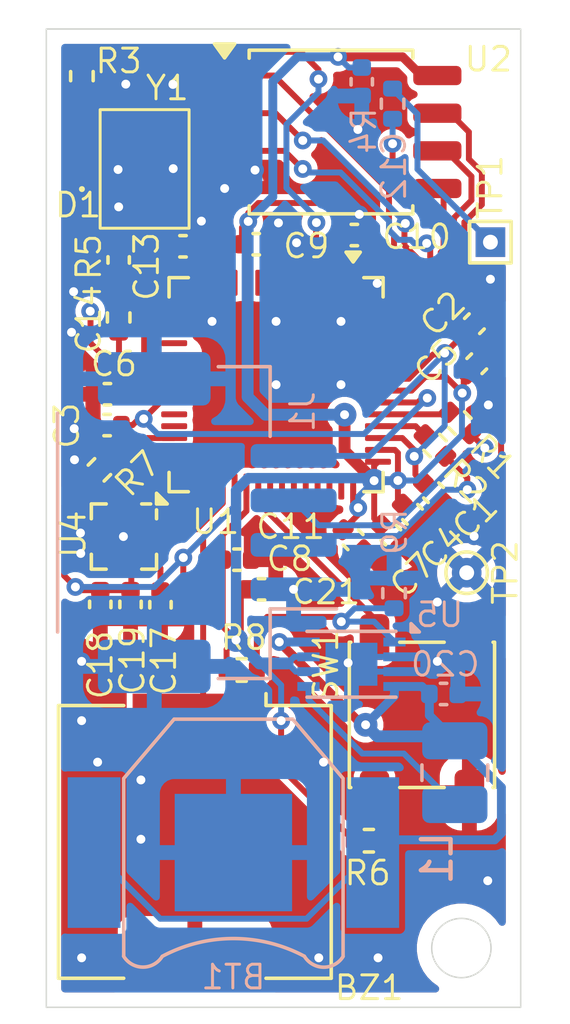
<source format=kicad_pcb>
(kicad_pcb (version 20241229) (generator "pcbnew") (generator_version "9.0")
  (layers (0 "F.Cu" signal) (4 "In1.Cu" signal) (6 "In2.Cu" signal) (2 "B.Cu" signal) (13 "F.Paste" user) (15 "B.Paste" user) (5 "F.SilkS" user "F.Silkscreen") (7 "B.SilkS" user "B.Silkscreen") (1 "F.Mask" user) (3 "B.Mask" user) (25 "Edge.Cuts" user))
  (net 0 "")
  (net 1 "+3.3V")
  (net 2 "GND")
  (net 3 "/BUZZ")
  (net 4 "+1V1")
  (net 5 "Net-(U1-XIN)")
  (net 6 "Net-(C14-Pad2)")
  (net 7 "Net-(D1-A)")
  (net 8 "/USB D+")
  (net 9 "/USB D-")
  (net 10 "Net-(U1-USB_DP)")
  (net 11 "Net-(U1-USB_DM)")
  (net 12 "/LED")
  (net 13 "/QSPI_SS")
  (net 14 "Net-(R4-Pad1)")
  (net 15 "Net-(U1-XOUT)")
  (net 16 "/ZERO")
  (net 17 "Net-(U1-RUN)")
  (net 24 "/ACC_SCL")
  (net 26 "/ACC_INT")
  (net 27 "/QSPI_SD0")
  (net 28 "/QSPI_SD3")
  (net 29 "/ACC_SDA")
  (net 30 "/QSPI_SCLK")
  (net 32 "/ACC_CS")
  (net 35 "/QSPI_SD1")
  (net 36 "/QSPI_SD2")
  (net 46 "/ACC_SDO")
  (net 49 "Net-(BT1-+)")
  (net 50 "Net-(U5-SW)")
  (net 51 "Net-(U5-V_{FB})")
  (net 56 "/VBUS")
  (footprint "Crystal:ABM8" (layer "F.Cu") (at 133.965 82.96 90)
    (property "Reference" "Y1")
    (property "Value" "Crystal_ABM8")
  )
  (footprint "Button_Switch_SMD:SW_SPST_PTS647_Sx38" (layer "F.Cu") (at 143.32 101.375 90)
    (property "Reference" "SW1")
    (property "Value" "SW_Push")
  )
  (footprint "Resistor_SMD:R_0402_1005Metric" (layer "F.Cu") (at 144.599376 91.529376 -45)
    (property "Reference" "R1")
    (property "Value" "27.4")
  )
  (footprint "Capacitor_SMD:C_0402_1005Metric" (layer "F.Cu") (at 137.08 96.14)
    (property "Reference" "C8")
    (property "Value" "100n")
  )
  (footprint "LED_SMD:LED_0402_1005Metric" (layer "F.Cu") (at 131.85 82.55 90)
    (property "Reference" "D1")
    (property "Value" "LED")
  )
  (footprint "Capacitor_SMD:C_0402_1005Metric" (layer "F.Cu") (at 143.000589 94.610589 135)
    (property "Reference" "C4")
    (property "Value" "1u")
  )
  (footprint "Package_SO:SOIC-8_5.3x5.3mm_P1.27mm" (layer "F.Cu") (at 140.2525 81.715)
    (property "Reference" "U2")
    (property "Value" "W25Q128JVS")
  )
  (footprint "Capacitor_SMD:C_0402_1005Metric" (layer "F.Cu") (at 143.710589 93.880589 135)
    (property "Reference" "C1")
    (property "Value" "1u")
  )
  (footprint "Resistor_SMD:R_0402_1005Metric" (layer "F.Cu") (at 132.44 93.11 45)
    (property "Reference" "R7")
    (property "Value" "10k")
  )
  (footprint "Capacitor_SMD:C_0402_1005Metric" (layer "F.Cu") (at 142.270589 95.310589 -45)
    (property "Reference" "C7")
    (property "Value" "100n")
  )
  (footprint "Capacitor_SMD:C_0402_1005Metric" (layer "F.Cu") (at 133.09 86.03 -90)
    (property "Reference" "C14")
    (property "Value" "15p")
  )
  (footprint "Resistor_SMD:R_0402_1005Metric" (layer "F.Cu") (at 143.759376 92.289376 -45)
    (property "Reference" "R2")
    (property "Value" "27.4")
  )
  (footprint "Capacitor_SMD:C_0402_1005Metric" (layer "F.Cu") (at 132.7 91.6)
    (property "Reference" "C3")
    (property "Value" "100n")
  )
  (footprint "Resistor_SMD:R_0402_1005Metric" (layer "F.Cu") (at 131.85 79.83 -90)
    (property "Reference" "R3")
    (property "Value" "220")
  )
  (footprint "TestPoint:TestPoint_THTPad_1.0x1.0mm_Drill0.5mm" (layer "F.Cu") (at 145.63 85.43 180)
    (property "Reference" "TP1")
    (property "Value" "BOOT")
  )
  (footprint "Capacitor_SMD:C_0402_1005Metric" (layer "F.Cu") (at 137.91 97.14)
    (property "Reference" "C21")
    (property "Value" "10uF")
  )
  (footprint "Capacitor_SMD:C_0402_1005Metric" (layer "F.Cu") (at 137.73 85.5)
    (property "Reference" "C9")
    (property "Value" "100n")
  )
  (footprint "Capacitor_SMD:C_0402_1005Metric" (layer "F.Cu") (at 141.04 85.19)
    (property "Reference" "C10")
    (property "Value" "100n")
  )
  (footprint "Capacitor_SMD:C_0402_1005Metric" (layer "F.Cu") (at 132.47 97.65 90)
    (property "Reference" "C18")
    (property "Value" "10uF")
  )
  (footprint "Resistor_SMD:R_0402_1005Metric" (layer "F.Cu") (at 137.24 99.86)
    (property "Reference" "R8")
    (property "Value" "976k")
  )
  (footprint "Buzzer_Beeper:Buzzer_CUI_CPT-9019S-SMT" (layer "F.Cu") (at 135.66 105.66 -90)
    (property "Reference" "BZ1")
    (property "Value" "Buzzer")
  )
  (footprint "Package_LGA:LGA-12_2x2mm_P0.5mm" (layer "F.Cu") (at 133.2675 95.36 -90)
    (property "Reference" "U4")
    (property "Value" "LIS2HH12")
  )
  (footprint "Resistor_SMD:R_0402_1005Metric" (layer "F.Cu") (at 141.530001 105.62)
    (property "Reference" "R6")
    (property "Value" "10k")
  )
  (footprint "TestPoint:TestPoint_THTPad_D1.0mm_Drill0.5mm" (layer "F.Cu") (at 144.83 96.58 180)
    (property "Reference" "TP2")
    (property "Value" "BOOT")
  )
  (footprint "Resistor_SMD:R_0402_1005Metric" (layer "F.Cu") (at 133.09 87.97 -90)
    (property "Reference" "R5")
    (property "Value" "1k")
  )
  (footprint "Capacitor_SMD:C_0402_1005Metric" (layer "F.Cu") (at 145.09 88.18 -135)
    (property "Reference" "C2")
    (property "Value" "100n")
  )
  (footprint "Capacitor_SMD:C_0402_1005Metric" (layer "F.Cu") (at 133.49 97.65 90)
    (property "Reference" "C19")
    (property "Value" "100nF")
  )
  (footprint "Capacitor_SMD:C_0402_1005Metric" (layer "F.Cu") (at 145.169411 89.530589 45)
    (property "Reference" "C5")
    (property "Value" "100n")
  )
  (footprint "Capacitor_SMD:C_0402_1005Metric" (layer "F.Cu") (at 135.26 85.57 180)
    (property "Reference" "C13")
    (property "Value" "15p")
  )
  (footprint "Capacitor_SMD:C_0402_1005Metric" (layer "F.Cu") (at 132.71 90.56 180)
    (property "Reference" "C6")
    (property "Value" "100n")
  )
  (footprint "Capacitor_SMD:C_0402_1005Metric" (layer "F.Cu") (at 134.5 97.66 90)
    (property "Reference" "C17")
    (property "Value" "100nF")
  )
  (footprint "Package_DFN_QFN:QFN-56-1EP_7x7mm_P0.4mm_EP3.2x3.2mm" (layer "F.Cu") (at 138.4 90.2375 -90)
    (property "Reference" "U1")
    (property "Value" "RP2040")
  )
  (footprint "Capacitor_SMD:C_0402_1005Metric" (layer "F.Cu") (at 141 95.47 -45)
    (property "Reference" "C11")
    (property "Value" "100n")
  )
  (footprint "Resistor_SMD:R_0402_1005Metric" (layer "B.Cu") (at 142.38 97.27 90)
    (property "Reference" "R9")
    (property "Value" "562k")
  )
  (footprint "Battery:BatteryHolder_Keystone_2998_1x6.8mm" (layer "B.Cu") (at 136.96 106.02)
    (property "Reference" "BT1")
    (property "Value" "1.5v Bat")
  )
  (footprint "Resistor_SMD:R_0402_1005Metric" (layer "B.Cu") (at 142.33 80.76 -90)
    (property "Reference" "R4")
    (property "Value" "1k")
  )
  (footprint "Capacitor_SMD:C_0402_1005Metric" (layer "B.Cu") (at 141.29 80.02 -90)
    (property "Reference" "C12")
    (property "Value" "100n")
  )
  (footprint "Inductor_SMD:L_1008_2520Metric" (layer "B.Cu") (at 144.43 103.325 -90)
    (property "Reference" "L1")
    (property "Value" "4.7uH")
  )
  (footprint "Connector_Molex:Molex_CLIK-Mate_502585-0470_1x04-1MP_P1.50mm_Horizontal" (layer "B.Cu") (at 136.415 94.89 90)
    (property "Reference" "J1")
    (property "Value" "Conn_01x04")
  )
  (footprint "Capacitor_SMD:C_0402_1005Metric" (layer "B.Cu") (at 144.05 100.67)
    (property "Reference" "C20")
    (property "Value" "4.7uF")
  )
  (footprint "Package_DFN_QFN:DFN-8-1EP_3x2mm_P0.5mm_EP1.75x1.45mm" (layer "B.Cu") (at 140.9425 99.6675 180)
    (property "Reference" "U5")
    (property "Value" "MCP1640x-xMC")
  )
  (gr_rect (start 130.65 78.24) (end 146.65 111.24) (stroke (width 0.05)) (fill no) (layer "Edge.Cuts"))
  (gr_circle (center 144.65 109.24) (end 145.65 109.24) (stroke (width 0.05)) (fill no) (layer "Edge.Cuts"))
  (segment (start 141 86.11) (end 141 86.8) (width 0.2) (layer "F.Cu") (net 1))
  (segment (start 142.51 94.12) (end 142.51 93.47) (width 0.2) (layer "F.Cu") (net 1))
  (segment (start 137.21 97.36) (end 137.21 98.69) (width 0.2) (layer "F.Cu") (net 1))
  (segment (start 131.74 97.17) (end 131.63 97.06) (width 0.2) (layer "F.Cu") (net 1))
  (segment (start 142.51 93.47) (end 142.51 92.54) (width 0.2) (layer "F.Cu") (net 1))
  (segment (start 140.56 85.67) (end 141 86.11) (width 0.2) (layer "F.Cu") (net 1))
  (segment (start 142.51 92.54) (end 142.4075 92.4375) (width 0.2) (layer "F.Cu") (net 1))
  (segment (start 141.17 94.39) (end 141.17 94.62) (width 0.2) (layer "F.Cu") (net 1))
  (segment (start 144.73 89.97) (end 144.83 89.87) (width 0.2) (layer "F.Cu") (net 1))
  (segment (start 140.71 92.48) (end 140.71 91.25) (width 0.4) (layer "F.Cu") (net 1))
  (segment (start 135.27 96.07) (end 135.28 96.06) (width 0.2) (layer "F.Cu") (net 1))
  (segment (start 137.4 94.5) (end 136.6 95.3) (width 0.2) (layer "F.Cu") (net 1))
  (segment (start 137.25 85.5) (end 137.25 84.94) (width 0.2) (layer "F.Cu") (net 1))
  (segment (start 140.039232 84.11) (end 137.8 84.11) (width 0.2) (layer "F.Cu") (net 1))
  (segment (start 131.63 97.06) (end 131.251 96.681) (width 0.2) (layer "F.Cu") (net 1))
  (segment (start 133.19 90.56) (end 133.19 89.886388) (width 0.2) (layer "F.Cu") (net 1))
  (segment (start 133.3125 90.4375) (end 133.19 90.56) (width 0.2) (layer "F.Cu") (net 1))
  (segment (start 137.4 85.65) (end 137.4 86.8) (width 0.2) (layer "F.Cu") (net 1))
  (segment (start 138.57 103.169998) (end 138.57 101.57) (width 0.2) (layer "F.Cu") (net 1))
  (segment (start 133.49 97.17) (end 132.47 97.17) (width 0.2) (layer "F.Cu") (net 1))
  (segment (start 137.46 84.45) (end 137.46 84.73) (width 0.2) (layer "F.Cu") (net 1))
  (segment (start 137.02 98.85) (end 137.05 98.85) (width 0.2) (layer "F.Cu") (net 1))
  (segment (start 136.73 99.17) (end 137.05 98.85) (width 0.2) (layer "F.Cu") (net 1))
  (segment (start 142.4075 92.4375) (end 141.8375 92.4375) (width 0.2) (layer "F.Cu") (net 1))
  (segment (start 141 94.22) (end 141 93.675) (width 0.2) (layer "F.Cu") (net 1))
  (segment (start 142.67 79.18) (end 143.3 79.81) (width 0.3) (layer "F.Cu") (net 1))
  (segment (start 133.49 97.17) (end 133.5175 97.1425) (width 0.2) (layer "F.Cu") (net 1))
  (segment (start 142.661178 94.271178) (end 142.51 94.12) (width 0.2) (layer "F.Cu") (net 1))
  (segment (start 136.6 98.4) (end 137.05 98.85) (width 0.2) (layer "F.Cu") (net 1))
  (segment (start 132.881806 89.578194) (end 132.896806 89.593194) (width 0.2) (layer "F.Cu") (net 1))
  (segment (start 134.9625 90.4375) (end 133.3125 90.4375) (width 0.2) (layer "F.Cu") (net 1))
  (segment (start 140.56 85.19) (end 140.56 84.630768) (width 0.2) (layer "F.Cu") (net 1))
  (segment (start 141.17 94.39) (end 141 94.22) (width 0.2) (layer "F.Cu") (net 1))
  (segment (start 143.96 79.93) (end 143.84 79.81) (width 0.2) (layer "F.Cu") (net 1))
  (segment (start 136.73 99.86) (end 136.73 99.17) (width 0.2) (layer "F.Cu") (net 1))
  (segment (start 132.896806 89.593194) (end 132.14 88.836388) (width 0.2) (layer "F.Cu") (net 1))
  (segment (start 137.64 84.73) (end 137.46 84.73) (width 0.2) (layer "F.Cu") (net 1))
  (segment (start 134.5 97.18) (end 134.5 96.43) (width 0.2) (layer "F.Cu") (net 1))
  (segment (start 141 94.79) (end 141 94.791178) (width 0.2) (layer "F.Cu") (net 1))
  (segment (start 134.5 96.43) (end 134.1925 96.1225) (width 0.2) (layer "F.Cu") (net 1))
  (segment (start 132.14 88.836388) (end 132.14 87.77) (width 0.2) (layer "F.Cu") (net 1))
  (segment (start 142.9725 90.4375) (end 141.8375 90.4375) (width 0.2) (layer "F.Cu") (net 1))
  (segment (start 131.251 96.681) (end 131.251 94.299) (width 0.2) (layer "F.Cu") (net 1))
  (segment (start 144.128944 89.97) (end 143.44 89.97) (width 0.2) (layer "F.Cu") (net 1))
  (segment (start 134.1925 96.1225) (end 134.0175 96.1225) (width 0.2) (layer "F.Cu") (net 1))
  (segment (start 137.43 97.14) (end 137.21 97.36) (width 0.2) (layer "F.Cu") (net 1))
  (segment (start 135.27 96.67) (end 135.27 96.07) (width 0.2) (layer "F.Cu") (net 1))
  (segment (start 136.6 95.3) (end 136.6 96.14) (width 0.2) (layer "F.Cu") (net 1))
  (segment (start 137.25 85.5) (end 137.4 85.65) (width 0.2) (layer "F.Cu") (net 1))
  (segment (start 137.21 98.69) (end 137.05 98.85) (width 0.2) (layer "F.Cu") (net 1))
  (segment (start 131.251 94.299) (end 132.079376 93.470624) (width 0.2) (layer "F.Cu") (net 1))
  (segment (start 137.4 93.675) (end 137.4 94.5) (width 0.2) (layer "F.Cu") (net 1))
  (segment (start 141.706091 93.476091) (end 141.706091 92.968909) (width 0.2) (layer "F.Cu") (net 1))
  (segment (start 133.5175 97.1425) (end 133.5175 96.1225) (width 0.2) (layer "F.Cu") (net 1))
  (segment (start 141.020002 105.62) (end 138.57 103.169998) (width 0.2) (layer "F.Cu") (net 1))
  (segment (start 143.3 79.81) (end 143.84 79.81) (width 0.3) (layer "F.Cu") (net 1))
  (segment (start 132.47 97.17) (end 131.74 97.17) (width 0.2) (layer "F.Cu") (net 1))
  (segment (start 140.56 85.19) (end 140.56 85.67) (width 0.2) (layer "F.Cu") (net 1))
  (segment (start 140.56 84.630768) (end 140.039232 84.11) (width 0.2) (layer "F.Cu") (net 1))
  (segment (start 141.71 94.75) (end 141.931178 94.971178) (width 0.2) (layer "F.Cu") (net 1))
  (segment (start 141 94.791178) (end 140.660589 95.130589) (width 0.2) (layer "F.Cu") (net 1))
  (segment (start 134.76 97.18) (end 135.27 96.67) (width 0.2) (layer "F.Cu") (net 1))
  (segment (start 143.44 89.97) (end 142.9725 90.4375) (width 0.2) (layer "F.Cu") (net 1))
  (segment (start 140.49 79.18) (end 142.67 79.18) (width 0.3) (layer "F.Cu") (net 1))
  (segment (start 144.679882 90.520938) (end 144.128944 89.97) (width 0.2) (layer "F.Cu") (net 1))
  (segment (start 132.14 87.77) (end 132.13 87.76) (width 0.2) (layer "F.Cu") (net 1))
  (segment (start 141.17 94.62) (end 141 94.79) (width 0.2) (layer "F.Cu") (net 1))
  (segment (start 141.706091 92.968909) (end 141.8375 92.8375) (width 0.2) (layer "F.Cu") (net 1))
  (segment (start 136.6 96.14) (end 136.6 98.4) (width 0.2) (layer "F.Cu") (net 1))
  (segment (start 141.71 93.48) (end 141.71 94.75) (width 0.2) (layer "F.Cu") (net 1))
  (segment (start 137.8 84.11) (end 137.46 84.45) (width 0.2) (layer "F.Cu") (net 1))
  (segment (start 134.5 97.18) (end 134.76 97.18) (width 0.2) (layer "F.Cu") (net 1))
  (segment (start 137.25 84.94) (end 137.46 84.73) (width 0.2) (layer "F.Cu") (net 1))
  (segment (start 141.706091 93.476091) (end 140.71 92.48) (width 0.4) (layer "F.Cu") (net 1))
  (segment (start 144.73 90.47082) (end 144.73 89.97) (width 0.2) (layer "F.Cu") (net 1))
  (segment (start 133.19 89.886388) (end 132.881806 89.578194) (width 0.2) (layer "F.Cu") (net 1))
  (segment (start 144.679882 90.520938) (end 144.73 90.47082) (width 0.2) (layer "F.Cu") (net 1))
  (via (at 135.27 96.07) (size 0.6) (drill 0.3) (layers "F.Cu" "B.Cu") (net 1))
  (via (at 137.05 98.85) (size 0.8) (drill 0.3) (layers "F.Cu" "B.Cu") (net 1))
  (via (at 137.46 84.73) (size 0.6) (drill 0.3) (layers "F.Cu" "B.Cu") (net 1))
  (via (at 132.13 87.76) (size 0.6) (drill 0.3) (layers "F.Cu" "B.Cu") (net 1))
  (via (at 140.49 79.18) (size 0.6) (drill 0.3) (layers "F.Cu" "B.Cu") (net 1))
  (via (at 142.51 93.47) (size 0.6) (drill 0.3) (layers "F.Cu" "B.Cu") (net 1))
  (via (at 138.57 101.57) (size 0.6) (drill 0.3) (layers "F.Cu" "B.Cu") (net 1))
  (via (at 144.679882 90.520938) (size 0.6) (drill 0.3) (layers "F.Cu" "B.Cu") (net 1))
  (via (at 140.71 91.25) (size 0.8) (drill 0.3) (layers "F.Cu" "B.Cu") (net 1))
  (via (at 131.63 97.06) (size 0.6) (drill 0.3) (layers "F.Cu" "B.Cu") (net 1))
  (via (at 141.17 94.39) (size 0.6) (drill 0.3) (layers "F.Cu" "B.Cu") (net 1))
  (via (at 141.706091 93.476091) (size 0.8) (drill 0.3) (layers "F.Cu" "B.Cu") (net 1))
  (segment (start 137.46 84.73) (end 138.29 83.9) (width 0.3) (layer "B.Cu") (net 1))
  (segment (start 140.71 91.25) (end 138.04 91.25) (width 0.4) (layer "B.Cu") (net 1))
  (segment (start 143.13 93.47) (end 142.51 93.47) (width 0.2) (layer "B.Cu") (net 1))
  (segment (start 138.57 100.37) (end 137.05 98.85) (width 0.2) (layer "B.Cu") (net 1))
  (segment (start 141.706091 93.476091) (end 141.62 93.39) (width 0.4) (layer "B.Cu") (net 1))
  (segment (start 144.67 90.53082) (end 144.67 91.93) (width 0.2) (layer "B.Cu") (net 1))
  (segment (start 138.79 99.64) (end 139.0125 99.4175) (width 0.2) (layer "B.Cu") (net 1))
  (segment (start 132.17 87.72) (end 132.13 87.76) (width 0.2) (layer "B.Cu") (net 1))
  (segment (start 141.706091 93.476091) (end 141.17 94.012182) (width 0.2) (layer "B.Cu") (net 1))
  (segment (start 137.05 98.84) (end 137.05 98.85) (width 0.2) (layer "B.Cu") (net 1))
  (segment (start 138.04 91.25) (end 137.44 90.65) (width 0.4) (layer "B.Cu") (net 1))
  (segment (start 144.679882 90.520938) (end 144.67 90.53082) (width 0.2) (layer "B.Cu") (net 1))
  (segment (start 141.62 93.39) (end 137.46 93.39) (width 0.35) (layer "B.Cu") (net 1))
  (segment (start 137.84 99.64) (end 137.05 98.85) (width 0.4) (layer "B.Cu") (net 1))
  (segment (start 139.0675 99.9175) (end 138.79 99.64) (width 0.2) (layer "B.Cu") (net 1))
  (segment (start 141.29 79.54) (end 140.85 79.54) (width 0.2) (layer "B.Cu") (net 1))
  (segment (start 138.79 99.64) (end 137.84 99.64) (width 0.4) (layer "B.Cu") (net 1))
  (segment (start 135.27 96.07) (end 137.03 94.31) (width 0.2) (layer "B.Cu") (net 1))
  (segment (start 137.05 93.8) (end 137.05 94.31) (width 0.35) (layer "B.Cu") (net 1))
  (segment (start 135.27 96.085) (end 134.295 97.06) (width 0.2) (layer "B.Cu") (net 1))
  (segment (start 141.706091 93.476091) (end 142.503909 93.476091) (width 0.3) (layer "B.Cu") (net 1))
  (segment (start 138.29 83.9) (end 138.29 80.01) (width 0.3) (layer "B.Cu") (net 1))
  (segment (start 137.44 90.65) (end 137.44 84.75) (width 0.4) (layer "B.Cu") (net 1))
  (segment (start 137.05 94.31) (end 137.05 98.85) (width 0.35) (layer "B.Cu") (net 1))
  (segment (start 138.57 101.57) (end 138.57 100.37) (width 0.2) (layer "B.Cu") (net 1))
  (segment (start 140.85 79.54) (end 140.49 79.18) (width 0.2) (layer "B.Cu") (net 1))
  (segment (start 138.29 80.01) (end 139.12 79.18) (width 0.3) (layer "B.Cu") (net 1))
  (segment (start 144.67 91.93) (end 143.13 93.47) (width 0.2) (layer "B.Cu") (net 1))
  (segment (start 139.0125 99.4175) (end 139.4925 99.4175) (width 0.2) (layer "B.Cu") (net 1))
  (segment (start 139.12 79.18) (end 140.49 79.18) (width 0.3) (layer "B.Cu") (net 1))
  (segment (start 137.03 94.31) (end 137.05 94.31) (width 0.2) (layer "B.Cu") (net 1))
  (segment (start 134.295 97.06) (end 131.63 97.06) (width 0.2) (layer "B.Cu") (net 1))
  (segment (start 137.46 93.39) (end 137.05 93.8) (width 0.35) (layer "B.Cu") (net 1))
  (segment (start 137.44 84.75) (end 137.46 84.73) (width 0.4) (layer "B.Cu") (net 1))
  (segment (start 135.27 96.07) (end 135.27 96.085) (width 0.2) (layer "B.Cu") (net 1))
  (segment (start 141.17 94.012182) (end 141.17 94.39) (width 0.2) (layer "B.Cu") (net 1))
  (segment (start 139.4925 99.9175) (end 139.0675 99.9175) (width 0.2) (layer "B.Cu") (net 1))
  (segment (start 132.5175 96.1225) (end 133.0175 96.1225) (width 0.2) (layer "F.Cu") (net 2))
  (segment (start 132.5175 95.6225) (end 132.505 95.61) (width 0.2) (layer "F.Cu") (net 2))
  (segment (start 133.07 82.98) (end 131.905 82.98) (width 0.2) (layer "F.Cu") (net 2))
  (segment (start 131.905 82.98) (end 131.85 83.035) (width 0.2) (layer "F.Cu") (net 2))
  (segment (start 134.93 82.95) (end 135.07 82.95) (width 0.2) (layer "F.Cu") (net 2))
  (segment (start 134.9625 89.2375) (end 134.965 89.24) (width 0.2) (layer "F.Cu") (net 2))
  (segment (start 145.508822 89.198822) (end 145.508822 89.161178) (width 0.2) (layer "F.Cu") (net 2))
  (segment (start 145.508822 89.161178) (end 145.82 88.85) (width 0.2) (layer "F.Cu") (net 2))
  (segment (start 136.065 83.02) (end 136.665 83.62) (width 0.2) (layer "F.Cu") (net 2))
  (segment (start 145.99 89.68) (end 145.508822 89.198822) (width 0.2) (layer "F.Cu") (net 2))
  (segment (start 145.56 90.92) (end 145.99 91.35) (width 0.2) (layer "F.Cu") (net 2))
  (segment (start 133.0175 95.5925) (end 133.0175 96.1225) (width 0.2) (layer "F.Cu") (net 2))
  (segment (start 132.505 95.61) (end 132.505 95.11) (width 0.2) (layer "F.Cu") (net 2))
  (segment (start 145.99 90.49) (end 145.99 89.68) (width 0.2) (layer "F.Cu") (net 2))
  (segment (start 133 95.61) (end 132.505 95.61) (width 0.2) (layer "F.Cu") (net 2))
  (segment (start 145.82 88.85) (end 145.82 88.231178) (width 0.2) (layer "F.Cu") (net 2))
  (segment (start 133.25 95.36) (end 133.0175 95.5925) (width 0.2) (layer "F.Cu") (net 2))
  (segment (start 133.25 95.36) (end 133 95.61) (width 0.2) (layer "F.Cu") (net 2))
  (segment (start 135.14 83.02) (end 136.065 83.02) (width 0.2) (layer "F.Cu") (net 2))
  (segment (start 135.07 82.95) (end 135.14 83.02) (width 0.2) (layer "F.Cu") (net 2))
  (segment (start 133 95.11) (end 132.505 95.11) (width 0.2) (layer "F.Cu") (net 2))
  (segment (start 137.4 89.2375) (end 138.4 90.2375) (width 0.2) (layer "F.Cu") (net 2))
  (segment (start 145.99 91.35) (end 145.99 93.45) (width 0.2) (layer "F.Cu") (net 2))
  (segment (start 132.5175 96.1225) (end 132.5175 95.6225) (width 0.2) (layer "F.Cu") (net 2))
  (segment (start 145.56 90.92) (end 145.99 90.49) (width 0.2) (layer "F.Cu") (net 2))
  (segment (start 145.82 88.231178) (end 145.429411 87.840589) (width 0.2) (layer "F.Cu") (net 2))
  (segment (start 134.9625 89.2375) (end 137.4 89.2375) (width 0.2) (layer "F.Cu") (net 2))
  (segment (start 133.25 95.36) (end 133 95.11) (width 0.2) (layer "F.Cu") (net 2))
  (via (at 134.93 82.95) (size 0.6) (drill 0.3) (layers "F.Cu" "B.Cu") (net 2))
  (via (at 133.07 82.98) (size 0.6) (drill 0.3) (layers "F.Cu" "B.Cu") (net 2))
  (via (at 140.59 90.2375) (size 0.6) (drill 0.3) (layers "F.Cu" "B.Cu") (net 2))
  (via (at 131.6 92.77) (size 0.6) (drill 0.3) (layers "F.Cu" "B.Cu") (net 2))
  (via (at 133.09 84.24) (size 0.6) (drill 0.3) (layers "F.Cu" "B.Cu") (net 2))
  (via (at 145.63 86.68) (size 0.6) (drill 0.3) (layers "F.Cu" "B.Cu") (net 2))
  (via (at 140.83 99.62) (size 0.6) (drill 0.3) (layers "F.Cu" "B.Cu") (net 2))
  (via (at 135.88 84.72) (size 0.6) (drill 0.3) (layers "F.Cu" "B.Cu") (net 2))
  (via (at 137.69 82.998459) (size 0.6) (drill 0.3) (layers "F.Cu" "B.Cu") (net 2))
  (via (at 131.57 87.1) (size 0.6) (drill 0.3) (layers "F.Cu" "B.Cu") (net 2))
  (via (at 131.5 88.47) (size 0.6) (drill 0.3) (layers "F.Cu" "B.Cu") (net 2))
  (via (at 133.25 95.36) (size 0.6) (drill 0.3) (layers "F.Cu" "B.Cu") (net 2))
  (via (at 131.81 95.93) (size 0.6) (drill 0.3) (layers "F.Cu" "B.Cu") (net 2))
  (via (at 131.84 109.57) (size 0.6) (drill 0.3) (layers "F.Cu" "B.Cu") (net 2))
  (via (at 138.48 84.78) (size 0.6) (drill 0.3) (layers "F.Cu" "B.Cu") (net 2))
  (via (at 134.92 80.11) (size 0.6) (drill 0.3) (layers "F.Cu" "B.Cu") (net 2))
  (via (at 132.38 102.97) (size 0.6) (drill 0.3) (layers "F.Cu" "B.Cu") (net 2))
  (via (at 138.4 90.2375) (size 0.6) (drill 0.3) (layers "F.Cu" "B.Cu") (net 2))
  (via (at 141.81 86.82) (size 0.6) (drill 0.3) (layers "F.Cu" "B.Cu") (net 2))
  (via (at 140 102.97) (size 0.6) (drill 0.3) (layers "F.Cu" "B.Cu") (net 2))
  (via (at 139.09 85.45) (size 0.6) (drill 0.3) (layers "F.Cu" "B.Cu") (net 2))
  (via (at 133.84 103.57) (size 0.6) (drill 0.3) (layers "F.Cu" "B.Cu") (net 2))
  (via (at 139.84 109.57) (size 0.6) (drill 0.3) (layers "F.Cu" "B.Cu") (net 2))
  (via (at 141.16 81.63) (size 0.6) (drill 0.3) (layers "F.Cu" "B.Cu") (net 2))
  (via (at 143.84 97.57) (size 0.6) (drill 0.3) (layers "F.Cu" "B.Cu") (net 2))
  (via (at 140.59 88.1025) (size 0.6) (drill 0.3) (layers "F.Cu" "B.Cu") (net 2))
  (via (at 141.84 109.57) (size 0.6) (drill 0.3) (layers "F.Cu" "B.Cu") (net 2))
  (via (at 143.84 99.57) (size 0.6) (drill 0.3) (layers "F.Cu" "B.Cu") (net 2))
  (via (at 131.84 101.57) (size 0.6) (drill 0.3) (layers "F.Cu" "B.Cu") (net 2))
  (via (at 136.665 83.62) (size 0.6) (drill 0.3) (layers "F.Cu" "B.Cu") (net 2))
  (via (at 145.08 95.35) (size 0.6) (drill 0.3) (layers "F.Cu" "B.Cu") (net 2))
  (via (at 133.33 80.1) (size 0.6) (drill 0.3) (layers "F.Cu" "B.Cu") (net 2))
  (via (at 145.54 106.97) (size 0.6) (drill 0.3) (layers "F.Cu" "B.Cu") (net 2))
  (via (at 138.4 88.1025) (size 0.6) (drill 0.3) (layers "F.Cu" "B.Cu") (net 2))
  (via (at 145.56 90.92) (size 0.6) (drill 0.3) (layers "F.Cu" "B.Cu") (net 2))
  (via (at 136.24 88.1025) (size 0.6) (drill 0.3) (layers "F.Cu" "B.Cu") (net 2))
  (via (at 138.99 97.14) (size 0.6) (drill 0.3) (layers "F.Cu" "B.Cu") (net 2))
  (via (at 131.801 95.24) (size 0.6) (drill 0.3) (layers "F.Cu" "B.Cu") (net 2))
  (via (at 131.84 99.57) (size 0.6) (drill 0.3) (layers "F.Cu" "B.Cu") (net 2))
  (via (at 141.207897 84.492103) (size 0.6) (drill 0.3) (layers "F.Cu" "B.Cu") (net 2))
  (via (at 133.84 105.57) (size 0.6) (drill 0.3) (layers "F.Cu" "B.Cu") (net 2))
  (via (at 131.59 91.72) (size 0.6) (drill 0.3) (layers "F.Cu" "B.Cu") (net 2))
  (segment (start 140.83 99.62) (end 140.99 99.62) (width 0.2) (layer "B.Cu") (net 2))
  (segment (start 140.83 99.62) (end 140.895 99.62) (width 0.2) (layer "B.Cu") (net 2))
  (segment (start 141.1925 99.9175) (end 142.3925 99.9175) (width 0.2) (layer "B.Cu") (net 2))
  (segment (start 140.895 99.62) (end 141.1925 99.9175) (width 0.2) (layer "B.Cu") (net 2))
  (segment (start 141.1925 99.4175) (end 142.3925 99.4175) (width 0.2) (layer "B.Cu") (net 2))
  (segment (start 140.99 99.62) (end 141.1925 99.4175) (width 0.2) (layer "B.Cu") (net 2))
  (segment (start 135.94 101.38) (end 135.94 95.393952) (width 0.2) (layer "F.Cu") (net 3))
  (segment (start 135.94 95.393952) (end 137 94.333952) (width 0.2) (layer "F.Cu") (net 3))
  (segment (start 137 94.333952) (end 137 93.675) (width 0.2) (layer "F.Cu") (net 3))
  (segment (start 135.66 101.66) (end 135.94 101.38) (width 0.2) (layer "F.Cu") (net 3))
  (segment (start 143.059999 92.655876) (end 143.084986 92.655876) (width 0.2) (layer "F.Cu") (net 4))
  (segment (start 133.77 91.39) (end 133.56 91.6) (width 0.2) (layer "F.Cu") (net 4))
  (segment (start 143.1 92.690432) (end 143.1 93.27) (width 0.2) (layer "F.Cu") (net 4))
  (segment (start 143.1 92.48) (end 142.6575 92.0375) (width 0.2) (layer "F.Cu") (net 4))
  (segment (start 143.065444 92.655876) (end 143.1 92.690432) (width 0.2) (layer "F.Cu") (net 4))
  (segment (start 144.086522 89.168703) (end 144.101297 89.168703) (width 0.2) (layer "F.Cu") (net 4))
  (segment (start 133.935 91.385) (end 134.48 90.84) (width 0.2) (layer "F.Cu") (net 4))
  (segment (start 143.059999 92.655876) (end 143.065444 92.655876) (width 0.2) (layer "F.Cu") (net 4))
  (segment (start 142.876112 90.0375) (end 141.8375 90.0375) (width 0.2) (layer "F.Cu") (net 4))
  (segment (start 134.48 90.84) (end 134.96 90.84) (width 0.2) (layer "F.Cu") (net 4))
  (segment (start 133.56 91.6) (end 133.18 91.6) (width 0.2) (layer "F.Cu") (net 4))
  (segment (start 142.6575 92.0375) (end 141.8375 92.0375) (width 0.2) (layer "F.Cu") (net 4))
  (segment (start 143.1 93.27) (end 143.371178 93.541178) (width 0.2) (layer "F.Cu") (net 4))
  (segment (start 144.051 89.219) (end 143.694612 89.219) (width 0.2) (layer "F.Cu") (net 4))
  (segment (start 144.086522 89.168703) (end 144.086522 89.183478) (width 0.2) (layer "F.Cu") (net 4))
  (segment (start 144.086522 89.183478) (end 144.051 89.219) (width 0.2) (layer "F.Cu") (net 4))
  (segment (start 134.96 90.84) (end 134.9625 90.8375) (width 0.2) (layer "F.Cu") (net 4))
  (segment (start 144.101297 89.168703) (end 144.750589 88.519411) (width 0.2) (layer "F.Cu") (net 4))
  (segment (start 143.1 92.640862) (end 143.1 92.48) (width 0.2) (layer "F.Cu") (net 4))
  (segment (start 143.694612 89.219) (end 142.876112 90.0375) (width 0.2) (layer "F.Cu") (net 4))
  (segment (start 133.935 91.39) (end 133.77 91.39) (width 0.2) (layer "F.Cu") (net 4))
  (segment (start 143.084986 92.655876) (end 143.1 92.640862) (width 0.2) (layer "F.Cu") (net 4))
  (via (at 144.086522 89.168703) (size 0.6) (drill 0.3) (layers "F.Cu" "B.Cu") (net 4))
  (via (at 133.935 91.39) (size 0.6) (drill 0.3) (layers "F.Cu" "B.Cu") (net 4))
  (via (at 143.059999 92.655876) (size 0.6) (drill 0.3) (layers "F.Cu" "B.Cu") (net 4))
  (segment (start 144.086522 91.629353) (end 143.059999 92.655876) (width 0.2) (layer "B.Cu") (net 4))
  (segment (start 143.059999 92.655876) (end 143.045875 92.67) (width 0.2) (layer "B.Cu") (net 4))
  (segment (start 144.086522 89.183478) (end 141.369 91.901) (width 0.2) (layer "B.Cu") (net 4))
  (segment (start 144.086522 89.168703) (end 144.086522 91.629353) (width 0.2) (layer "B.Cu") (net 4))
  (segment (start 144.086522 89.168703) (end 144.086522 89.183478) (width 0.2) (layer "B.Cu") (net 4))
  (segment (start 134.401 91.901) (end 133.935 91.435) (width 0.2) (layer "B.Cu") (net 4))
  (segment (start 141.369 91.901) (end 134.401 91.901) (width 0.2) (layer "B.Cu") (net 4))
  (segment (start 133.935 91.435) (end 133.935 91.39) (width 0.2) (layer "B.Cu") (net 4))
  (segment (start 134.78 86.37) (end 134.78 85.57) (width 0.2) (layer "F.Cu") (net 5))
  (segment (start 134.84 85.51) (end 134.78 85.57) (width 0.2) (layer "F.Cu") (net 5))
  (segment (start 134.2175 89.6375) (end 133.95 89.37) (width 0.2) (layer "F.Cu") (net 5))
  (segment (start 133.95 87.2) (end 134.78 86.37) (width 0.2) (layer "F.Cu") (net 5))
  (segment (start 134.84 84.11) (end 134.84 85.51) (width 0.2) (layer "F.Cu") (net 5))
  (segment (start 134.9625 89.6375) (end 134.2175 89.6375) (width 0.2) (layer "F.Cu") (net 5))
  (segment (start 133.95 89.37) (end 133.95 87.2) (width 0.2) (layer "F.Cu") (net 5))
  (segment (start 133.09 87.46) (end 133.09 86.51) (width 0.2) (layer "F.Cu") (net 6))
  (segment (start 133.09 86.51) (end 133.66 86.51) (width 0.2) (layer "F.Cu") (net 6))
  (segment (start 133.96 86.21) (end 133.96 82.68) (width 0.2) (layer "F.Cu") (net 6))
  (segment (start 133.96 82.68) (end 133.09 81.81) (width 0.2) (layer "F.Cu") (net 6))
  (segment (start 133.66 86.51) (end 133.96 86.21) (width 0.2) (layer "F.Cu") (net 6))
  (segment (start 131.85 80.34) (end 131.85 82.065) (width 0.2) (layer "F.Cu") (net 7))
  (segment (start 131.85 82.065) (end 131.82 82.035) (width 0.2) (layer "F.Cu") (net 7))
  (segment (start 145.44 92.37) (end 144.96 91.89) (width 0.2) (layer "F.Cu") (net 8))
  (via (at 145.44 92.37) (size 0.6) (drill 0.3) (layers "F.Cu" "B.Cu") (net 8))
  (segment (start 145.44 92.37) (end 145.35 92.46) (width 0.2) (layer "B.Cu") (net 8))
  (segment (start 139.09 94.04) (end 138.99 94.14) (width 0.2) (layer "B.Cu") (net 8))
  (segment (start 142.38 94.98) (end 139.83 94.98) (width 0.2) (layer "B.Cu") (net 8))
  (segment (start 145.35 92.46) (end 144.9 92.46) (width 0.2) (layer "B.Cu") (net 8))
  (segment (start 139.83 94.98) (end 138.99 94.14) (width 0.2) (layer "B.Cu") (net 8))
  (segment (start 144.9 92.46) (end 142.38 94.98) (width 0.2) (layer "B.Cu") (net 8))
  (segment (start 144.85 93.78) (end 144.85 93.38) (width 0.2) (layer "F.Cu") (net 9))
  (segment (start 144.85 93.38) (end 144.12 92.65) (width 0.2) (layer "F.Cu") (net 9))
  (via (at 144.85 93.78) (size 0.6) (drill 0.3) (layers "F.Cu" "B.Cu") (net 9))
  (segment (start 142.51 95.34) (end 139.29 95.34) (width 0.2) (layer "B.Cu") (net 9))
  (segment (start 139.29 95.34) (end 138.99 95.64) (width 0.2) (layer "B.Cu") (net 9))
  (segment (start 144.076388 93.78) (end 142.525388 95.331) (width 0.2) (layer "B.Cu") (net 9))
  (segment (start 144.85 93.78) (end 144.076388 93.78) (width 0.2) (layer "B.Cu") (net 9))
  (segment (start 141.8375 91.2375) (end 144.170004 91.2375) (width 0.2) (layer "F.Cu") (net 10))
  (segment (start 141.8375 91.6375) (end 143.1075 91.6375) (width 0.2) (layer "F.Cu") (net 11))
  (segment (start 143.1075 91.6375) (end 143.398752 91.928752) (width 0.2) (layer "F.Cu") (net 11))
  (segment (start 139.83 79.61) (end 139.23 79.01) (width 0.2) (layer "F.Cu") (net 12))
  (segment (start 132.16 79.01) (end 131.85 79.32) (width 0.2) (layer "F.Cu") (net 12))
  (segment (start 139.75 84.78) (end 139.75 85.36) (width 0.2) (layer "F.Cu") (net 12))
  (segment (start 139.23 79.01) (end 132.16 79.01) (width 0.2) (layer "F.Cu") (net 12))
  (segment (start 139.83 79.93) (end 139.83 79.61) (width 0.2) (layer "F.Cu") (net 12))
  (segment (start 140.6 86.21) (end 140.6 86.8) (width 0.2) (layer "F.Cu") (net 12))
  (segment (start 139.75 85.36) (end 140.6 86.21) (width 0.2) (layer "F.Cu") (net 12))
  (via (at 139.83 79.93) (size 0.6) (drill 0.3) (layers "F.Cu" "B.Cu") (net 12))
  (via (at 139.76 84.77) (size 0.6) (drill 0.3) (layers "F.Cu" "B.Cu") (net 12))
  (segment (start 139.83 80.38) (end 139.83 79.93) (width 0.2) (layer "B.Cu") (net 12))
  (segment (start 139.76 84.61) (end 138.749 83.599) (width 0.2) (layer "B.Cu") (net 12))
  (segment (start 138.749 83.599) (end 138.749 81.461) (width 0.2) (layer "B.Cu") (net 12))
  (segment (start 138.749 81.461) (end 139.83 80.38) (width 0.2) (layer "B.Cu") (net 12))
  (segment (start 139.76 84.77) (end 139.76 84.61) (width 0.2) (layer "B.Cu") (net 12))
  (segment (start 142.9 86.206389) (end 142.9 86.943176) (width 0.2) (layer "F.Cu") (net 13))
  (segment (start 142.21 83.69) (end 142.33 83.57) (width 0.2) (layer "F.Cu") (net 13))
  (segment (start 142.21 82.23) (end 142.33 82.11) (width 0.2) (layer "F.Cu") (net 13))
  (segment (start 142.379 85.198232) (end 142.379 85.685389) (width 0.2) (layer "F.Cu") (net 13))
  (segment (start 142.209 85.028232) (end 142.379 85.198232) (width 0.2) (layer "F.Cu") (net 13))
  (segment (start 142.379 85.685389) (end 142.9 86.206389) (width 0.2) (layer "F.Cu") (net 13))
  (segment (start 136.665 79.81) (end 138.33 79.81) (width 0.2) (layer "F.Cu") (net 13))
  (segment (start 142.33 83.57) (end 142.33 82.11) (width 0.2) (layer "F.Cu") (net 13))
  (segment (start 142.9 86.943176) (end 142.205676 87.6375) (width 0.2) (layer "F.Cu") (net 13))
  (segment (start 142.21 83.69) (end 142.209 83.691) (width 0.2) (layer "F.Cu") (net 13))
  (segment (start 138.33 79.81) (end 142.21 83.69) (width 0.2) (layer "F.Cu") (net 13))
  (segment (start 142.209 83.691) (end 142.209 85.028232) (width 0.2) (layer "F.Cu") (net 13))
  (segment (start 142.205676 87.6375) (end 141.8375 87.6375) (width 0.2) (layer "F.Cu") (net 13))
  (via (at 142.33 82.11) (size 0.6) (drill 0.3) (layers "F.Cu" "B.Cu") (net 13))
  (segment (start 142.33 81.27) (end 142.33 82.11) (width 0.2) (layer "B.Cu") (net 13))
  (segment (start 143.17 81.11) (end 142.33 80.27) (width 0.2) (layer "B.Cu") (net 14))
  (segment (start 142.33 80.27) (end 142.33 80.25) (width 0.2) (layer "B.Cu") (net 14))
  (segment (start 143.17 82.97) (end 143.17 81.11) (width 0.2) (layer "B.Cu") (net 14))
  (segment (start 145.63 85.43) (end 143.17 82.97) (width 0.2) (layer "B.Cu") (net 14))
  (segment (start 133.8375 90.0375) (end 133.1 89.3) (width 0.2) (layer "F.Cu") (net 15))
  (segment (start 133.1 89.3) (end 133.1 88.49) (width 0.2) (layer "F.Cu") (net 15))
  (segment (start 133.1 88.49) (end 133.09 88.48) (width 0.2) (layer "F.Cu") (net 15))
  (segment (start 134.9625 90.0375) (end 133.8375 90.0375) (width 0.2) (layer "F.Cu") (net 15))
  (segment (start 137.8 93.675) (end 137.8 94.21) (width 0.2) (layer "F.Cu") (net 16))
  (segment (start 141.72 105.3) (end 142.04 105.62) (width 0.2) (layer "F.Cu") (net 16))
  (segment (start 141.72 104) (end 141.72 105.3) (width 0.2) (layer "F.Cu") (net 16))
  (segment (start 137.8 94.21) (end 141.62 98.03) (width 0.2) (layer "F.Cu") (net 16))
  (segment (start 134.0625 92.0375) (end 134.9625 92.0375) (width 0.2) (layer "F.Cu") (net 17))
  (segment (start 132.800624 92.749376) (end 133.350624 92.749376) (width 0.2) (layer "F.Cu") (net 17))
  (segment (start 133.350624 92.749376) (end 134.0625 92.0375) (width 0.2) (layer "F.Cu") (net 17))
  (segment (start 135.742064 94.5975) (end 136.2 94.139564) (width 0.2) (layer "F.Cu") (net 24))
  (segment (start 136.2 94.139564) (end 136.2 93.675) (width 0.2) (layer "F.Cu") (net 24))
  (segment (start 134.0175 94.5975) (end 135.742064 94.5975) (width 0.2) (layer "F.Cu") (net 24))
  (segment (start 136.6 94.237564) (end 136.6 93.675) (width 0.2) (layer "F.Cu") (net 26))
  (segment (start 135.727564 95.11) (end 136.6 94.237564) (width 0.2) (layer "F.Cu") (net 26))
  (segment (start 134.03 95.11) (end 135.727564 95.11) (width 0.2) (layer "F.Cu") (net 26))
  (segment (start 142.566948 88.8375) (end 141.8375 88.8375) (width 0.2) (layer "F.Cu") (net 27))
  (segment (start 144.05 83.83) (end 144.05 85.679232) (width 0.2) (layer "F.Cu") (net 27))
  (segment (start 143.953 87.379341) (end 143.951 87.38134) (width 0.2) (layer "F.Cu") (net 27))
  (segment (start 143.84 83.62) (end 143.92 83.7) (width 0.2) (layer "F.Cu") (net 27))
  (segment (start 143.951 87.453448) (end 142.566948 88.8375) (width 0.2) (layer "F.Cu") (net 27))
  (segment (start 143.84 83.62) (end 144.05 83.83) (width 0.2) (layer "F.Cu") (net 27))
  (segment (start 143.951 87.38134) (end 143.951 87.453448) (width 0.2) (layer "F.Cu") (net 27))
  (segment (start 143.84 83.62) (end 143.953 83.733) (width 0.2) (layer "F.Cu") (net 27))
  (segment (start 143.953 85.776232) (end 143.953 87.379341) (width 0.2) (layer "F.Cu") (net 27))
  (segment (start 144.05 85.679232) (end 143.953 85.776232) (width 0.2) (layer "F.Cu") (net 27))
  (segment (start 144.653 87.672118) (end 144.655 87.670117) (width 0.2) (layer "F.Cu") (net 28))
  (segment (start 144.655 86.067009) (end 144.752 85.970008) (width 0.2) (layer "F.Cu") (net 28))
  (segment (start 144.9035 81.7135) (end 144.27 81.08) (width 0.2) (layer "F.Cu") (net 28))
  (segment (start 141.8375 89.6375) (end 142.759724 89.6375) (width 0.2) (layer "F.Cu") (net 28))
  (segment (start 144.9035 82.627112) (end 144.9035 81.7135) (width 0.2) (layer "F.Cu") (net 28))
  (segment (start 144.655 87.670117) (end 144.655 86.067009) (width 0.2) (layer "F.Cu") (net 28))
  (segment (start 142.759724 89.6375) (end 144.653 87.744226) (width 0.2) (layer "F.Cu") (net 28))
  (segment (start 145.341 84.165388) (end 145.341 83.064612) (width 0.2) (layer "F.Cu") (net 28))
  (segment (start 145.341 83.064612) (end 144.9035 82.627112) (width 0.2) (layer "F.Cu") (net 28))
  (segment (start 144.752 85.970008) (end 144.752 84.754388) (width 0.2) (layer "F.Cu") (net 28))
  (segment (start 144.653 87.744226) (end 144.653 87.672118) (width 0.2) (layer "F.Cu") (net 28))
  (segment (start 144.752 84.754388) (end 145.341 84.165388) (width 0.2) (layer "F.Cu") (net 28))
  (segment (start 144.27 81.08) (end 143.84 81.08) (width 0.2) (layer "F.Cu") (net 28))
  (segment (start 134.162128 92.4375) (end 133.208628 93.391) (width 0.2) (layer "F.Cu") (net 29))
  (segment (start 133.208628 93.391) (end 133.199 93.391) (width 0.2) (layer "F.Cu") (net 29))
  (segment (start 132.5175 94.0725) (end 132.5175 94.5975) (width 0.2) (layer "F.Cu") (net 29))
  (segment (start 134.9625 92.4375) (end 134.162128 92.4375) (width 0.2) (layer "F.Cu") (net 29))
  (segment (start 133.199 93.391) (end 132.5175 94.0725) (width 0.2) (layer "F.Cu") (net 29))
  (segment (start 141.8375 89.2375) (end 142.663336 89.2375) (width 0.2) (layer "F.Cu") (net 30))
  (segment (start 144.47 82.45) (end 144.37 82.35) (width 0.2) (layer "F.Cu") (net 30))
  (segment (start 144.37 82.35) (end 143.84 82.35) (width 0.2) (layer "F.Cu") (net 30))
  (segment (start 144.99 83.21) (end 144.13 82.35) (width 0.2) (layer "F.Cu") (net 30))
  (segment (start 142.663336 89.2375) (end 144.302 87.598837) (width 0.2) (layer "F.Cu") (net 30))
  (segment (start 144.13 82.35) (end 143.84 82.35) (width 0.2) (layer "F.Cu") (net 30))
  (segment (start 144.304 85.92162) (end 144.401 85.82462) (width 0.2) (layer "F.Cu") (net 30))
  (segment (start 144.401 84.609) (end 144.99 84.02) (width 0.2) (layer "F.Cu") (net 30))
  (segment (start 144.99 84.02) (end 144.99 83.21) (width 0.2) (layer "F.Cu") (net 30))
  (segment (start 144.302 87.526729) (end 144.304 87.524729) (width 0.2) (layer "F.Cu") (net 30))
  (segment (start 144.304 87.524729) (end 144.304 85.92162) (width 0.2) (layer "F.Cu") (net 30))
  (segment (start 144.401 85.82462) (end 144.401 84.609) (width 0.2) (layer "F.Cu") (net 30))
  (segment (start 144.302 87.598837) (end 144.302 87.526729) (width 0.2) (layer "F.Cu") (net 30))
  (segment (start 135.795 93.67) (end 135.8 93.675) (width 0.2) (layer "F.Cu") (net 32))
  (segment (start 134.11 93.67) (end 135.795 93.67) (width 0.2) (layer "F.Cu") (net 32))
  (segment (start 133.5175 94.2625) (end 134.11 93.67) (width 0.2) (layer "F.Cu") (net 32))
  (segment (start 133.5175 94.5975) (end 133.5175 94.2625) (width 0.2) (layer "F.Cu") (net 32))
  (segment (start 142.73 85.54) (end 143.251 86.061001) (width 0.2) (layer "F.Cu") (net 35))
  (segment (start 142.302064 88.0375) (end 141.8375 88.0375) (width 0.2) (layer "F.Cu") (net 35))
  (segment (start 142.73 84.83) (end 142.73 85.54) (width 0.2) (layer "F.Cu") (net 35))
  (segment (start 142.76 84.8) (end 142.73 84.83) (width 0.2) (layer "F.Cu") (net 35))
  (segment (start 139.3 82) (end 138.38 81.08) (width 0.2) (layer "F.Cu") (net 35))
  (segment (start 143.251 86.061001) (end 143.251 87.088564) (width 0.2) (layer "F.Cu") (net 35))
  (segment (start 138.38 81.08) (end 136.665 81.08) (width 0.2) (layer "F.Cu") (net 35))
  (segment (start 143.251 87.088564) (end 142.302064 88.0375) (width 0.2) (layer "F.Cu") (net 35))
  (via (at 139.3 82) (size 0.6) (drill 0.3) (layers "F.Cu" "B.Cu") (net 35))
  (via (at 142.76 84.8) (size 0.6) (drill 0.3) (layers "F.Cu" "B.Cu") (net 35))
  (segment (start 139.99 82) (end 139.3 82) (width 0.2) (layer "B.Cu") (net 35))
  (segment (start 142.76 84.8) (end 142.76 84.77) (width 0.2) (layer "B.Cu") (net 35))
  (segment (start 142.76 84.77) (end 139.99 82) (width 0.2) (layer "B.Cu") (net 35))
  (segment (start 139.29 82.96) (end 138.68 82.35) (width 0.2) (layer "F.Cu") (net 36))
  (segment (start 143.6 87.235953) (end 143.6 87.30806) (width 0.2) (layer "F.Cu") (net 36))
  (segment (start 143.48 85.47) (end 143.6 85.59) (width 0.2) (layer "F.Cu") (net 36))
  (segment (start 143.6 87.30806) (end 142.47056 88.4375) (width 0.2) (layer "F.Cu") (net 36))
  (segment (start 143.6 85.913612) (end 143.602 85.915613) (width 0.2) (layer "F.Cu") (net 36))
  (segment (start 138.68 82.35) (end 136.665 82.35) (width 0.2) (layer "F.Cu") (net 36))
  (segment (start 143.602 85.915613) (end 143.602 87.233952) (width 0.2) (layer "F.Cu") (net 36))
  (segment (start 143.6 85.59) (end 143.6 85.913612) (width 0.2) (layer "F.Cu") (net 36))
  (segment (start 143.602 87.233952) (end 143.6 87.235953) (width 0.2) (layer "F.Cu") (net 36))
  (segment (start 139.299 82.96) (end 139.29 82.96) (width 0.2) (layer "F.Cu") (net 36))
  (segment (start 142.47056 88.4375) (end 141.8375 88.4375) (width 0.2) (layer "F.Cu") (net 36))
  (via (at 143.48 85.47) (size 0.6) (drill 0.3) (layers "F.Cu" "B.Cu") (net 36))
  (via (at 139.299 82.96) (size 0.6) (drill 0.3) (layers "F.Cu" "B.Cu") (net 36))
  (segment (start 139.299 82.96) (end 139.419 83.08) (width 0.2) (layer "B.Cu") (net 36))
  (segment (start 140.573612 83.08) (end 142.209 84.715388) (width 0.2) (layer "B.Cu") (net 36))
  (segment (start 142.531768 85.351) (end 142.941 85.351) (width 0.2) (layer "B.Cu") (net 36))
  (segment (start 142.209 85.028232) (end 142.531768 85.351) (width 0.2) (layer "B.Cu") (net 36))
  (segment (start 142.941 85.351) (end 143.06 85.47) (width 0.2) (layer "B.Cu") (net 36))
  (segment (start 139.419 83.08) (end 140.573612 83.08) (width 0.2) (layer "B.Cu") (net 36))
  (segment (start 143.06 85.47) (end 143.48 85.47) (width 0.2) (layer "B.Cu") (net 36))
  (segment (start 142.209 84.715388) (end 142.209 85.028232) (width 0.2) (layer "B.Cu") (net 36))
  (segment (start 133.0175 94.078516) (end 134.258516 92.8375) (width 0.2) (layer "F.Cu") (net 46))
  (segment (start 133.0175 94.5975) (end 133.0175 94.078516) (width 0.2) (layer "F.Cu") (net 46))
  (segment (start 134.258516 92.8375) (end 134.9625 92.8375) (width 0.2) (layer "F.Cu") (net 46))
  (segment (start 141.3 101.71) (end 141.42 101.71) (width 0.3) (layer "F.Cu") (net 49))
  (segment (start 138.5075 98.9175) (end 141.3 101.71) (width 0.3) (layer "F.Cu") (net 49))
  (via (at 138.5075 98.9175) (size 0.6) (drill 0.3) (layers "F.Cu" "B.Cu") (net 49))
  (via (at 141.42 101.71) (size 0.8) (drill 0.3) (layers "F.Cu" "B.Cu") (net 49))
  (segment (start 138.5075 98.9175) (end 139.4925 98.9175) (width 0.3) (layer "B.Cu") (net 49))
  (segment (start 146 105.36) (end 145.77 105.59) (width 0.3) (layer "B.Cu") (net 49))
  (segment (start 143.3175 100.4175) (end 143.57 100.67) (width 0.3) (layer "B.Cu") (net 49))
  (segment (start 134.491 108.251) (end 139.429 108.251) (width 0.2) (layer "B.Cu") (net 49))
  (segment (start 142.3925 100.4175) (end 143.3175 100.4175) (width 0.3) (layer "B.Cu") (net 49))
  (segment (start 141.42 101.71) (end 141.81 102.1) (width 0.4) (layer "B.Cu") (net 49))
  (segment (start 144.01 102.25) (end 144.43 102.25) (width 0.3) (layer "B.Cu") (net 49))
  (segment (start 142.3925 100.7375) (end 141.42 101.71) (width 0.3) (layer "B.Cu") (net 49))
  (segment (start 143.47 100.77) (end 143.57 100.67) (width 0.3) (layer "B.Cu") (net 49))
  (segment (start 144.28 102.1) (end 144.43 102.25) (width 0.4) (layer "B.Cu") (net 49))
  (segment (start 143.57 101.39) (end 144.43 102.25) (width 0.3) (layer "B.Cu") (net 49))
  (segment (start 146 103.82) (end 146 105.36) (width 0.3) (layer "B.Cu") (net 49))
  (segment (start 132.26 106.02) (end 134.491 108.251) (width 0.2) (layer "B.Cu") (net 49))
  (segment (start 145.77 105.59) (end 142.09 105.59) (width 0.3) (layer "B.Cu") (net 49))
  (segment (start 144.43 102.25) (end 146 103.82) (width 0.3) (layer "B.Cu") (net 49))
  (segment (start 142.09 105.59) (end 141.66 106.02) (width 0.3) (layer "B.Cu") (net 49))
  (segment (start 141.81 102.1) (end 144.28 102.1) (width 0.4) (layer "B.Cu") (net 49))
  (segment (start 142.3925 100.4175) (end 142.3925 100.7375) (width 0.3) (layer "B.Cu") (net 49))
  (segment (start 143.57 100.67) (end 143.57 101.39) (width 0.3) (layer "B.Cu") (net 49))
  (segment (start 139.429 108.251) (end 141.66 106.02) (width 0.2) (layer "B.Cu") (net 49))
  (segment (start 144.43 104.4) (end 142.71 102.68) (width 0.2) (layer "B.Cu") (net 50))
  (segment (start 139.4925 100.8625) (end 139.4925 100.4175) (width 0.2) (layer "B.Cu") (net 50))
  (segment (start 142.71 102.68) (end 141.31 102.68) (width 0.2) (layer "B.Cu") (net 50))
  (segment (start 141.31 102.68) (end 139.4925 100.8625) (width 0.2) (layer "B.Cu") (net 50))
  (segment (start 140.44 98.07) (end 140.6 98.23) (width 0.2) (layer "F.Cu") (net 51))
  (segment (start 137.75 99.86) (end 137.75 98.42) (width 0.2) (layer "F.Cu") (net 51))
  (segment (start 137.75 98.42) (end 138.1 98.07) (width 0.2) (layer "F.Cu") (net 51))
  (segment (start 138.1 98.07) (end 140.44 98.07) (width 0.2) (layer "F.Cu") (net 51))
  (via (at 140.6 98.23) (size 0.6) (drill 0.3) (layers "F.Cu" "B.Cu") (net 51))
  (segment (start 140.6 98.23) (end 141.705 98.23) (width 0.2) (layer "B.Cu") (net 51))
  (segment (start 141.05 97.78) (end 142.38 97.78) (width 0.2) (layer "B.Cu") (net 51))
  (segment (start 141.05 97.78) (end 140.6 98.23) (width 0.2) (layer "B.Cu") (net 51))
  (segment (start 141.705 98.23) (end 142.3925 98.9175) (width 0.2) (layer "B.Cu") (net 51))
  (segment (start 142.39 98.915) (end 142.3925 98.9175) (width 0.2) (layer "B.Cu") (net 51))
  (segment (start 143.500317 90.687501) (end 143.500316 90.6875) (width 0.2) (layer "F.Cu") (net 56))
  (segment (start 143.3325 90.6875) (end 143.1825 90.8375) (width 0.2) (layer "F.Cu") (net 56))
  (segment (start 143.1825 90.8375) (end 141.8375 90.8375) (width 0.2) (layer "F.Cu") (net 56))
  (segment (start 143.500316 90.6875) (end 143.3325 90.6875) (width 0.2) (layer "F.Cu") (net 56))
  (via (at 143.500317 90.687501) (size 0.6) (drill 0.3) (layers "F.Cu" "B.Cu") (net 56))
  (segment (start 138.98 92.65) (end 138.99 92.64) (width 0.4) (layer "B.Cu") (net 56))
  (segment (start 141.547818 92.64) (end 138.99 92.64) (width 0.2) (layer "B.Cu") (net 56))
  (segment (start 143.500317 90.687501) (end 141.547818 92.64) (width 0.2) (layer "B.Cu") (net 56))
  (zone (net 2) (net_name "GND") (layers "F.Cu" "B.Cu" "In1.Cu" "In2.Cu") (connect_pads (clearance 0.2)) (min_thickness 0.25) (fill yes (thermal_gap 0.5) (thermal_bridge_width 0.5))
    (polygon (pts (xy 130.16 77.57) (xy 146.96 77.8) (xy 147.23 111.71) (xy 129.84 111.81)))
  )
)
</source>
